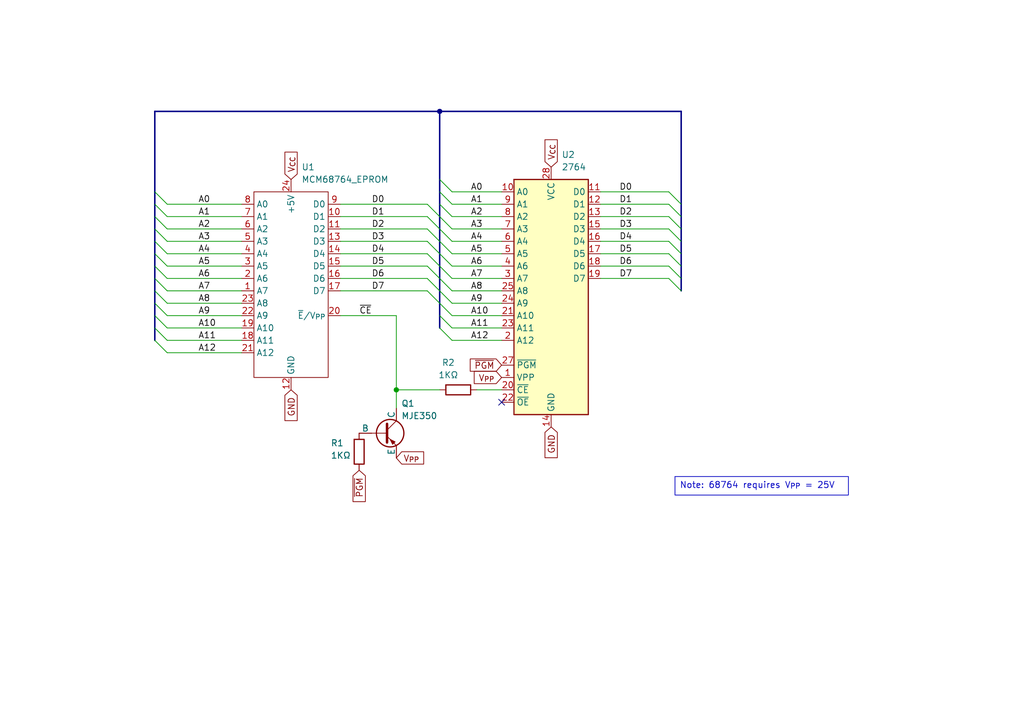
<source format=kicad_sch>
(kicad_sch (version 20250114) (generator "eeschema") (generator_version "9.0")
  (paper "A5")
  (title_block (title "2764-to-68764 EPROM Converter") (date "25/NOV/2025") (rev "A") (company "Brett Hallen") (comment 1 "www.youtube.com/@Brfff"))
  (lib_symbols
    (symbol "Clueless_Engineer:MCM68764_EPROM"
      (property "Reference" "U" (at 5.842 21.844 0))
      (property "Value" "MCM68764_EPROM" (at 7.62 19.558 0))
      (symbol "MCM68764_EPROM_0_1"
        (rectangle (start -7.62 17.78) (end 7.62 -20.32))
      )
      (symbol "MCM68764_EPROM_1_1"
        (pin input line (at -10.16 15.24 0) (length 2.54) (name "A0") (number "8"))
        (pin input line (at -10.16 12.7 0) (length 2.54) (name "A1") (number "7"))
        (pin input line (at -10.16 10.16 0) (length 2.54) (name "A2") (number "6"))
        (pin input line (at -10.16 7.62 0) (length 2.54) (name "A3") (number "5"))
        (pin input line (at -10.16 5.08 0) (length 2.54) (name "A4") (number "4"))
        (pin input line (at -10.16 2.54 0) (length 2.54) (name "A5") (number "3"))
        (pin input line (at -10.16 0 0) (length 2.54) (name "A6") (number "2"))
        (pin input line (at -10.16 -2.54 0) (length 2.54) (name "A7") (number "1"))
        (pin input line (at -10.16 -5.08 0) (length 2.54) (name "A8") (number "23"))
        (pin input line (at -10.16 -7.62 0) (length 2.54) (name "A9") (number "22"))
        (pin input line (at -10.16 -10.16 0) (length 2.54) (name "A10") (number "19"))
        (pin input line (at -10.16 -12.7 0) (length 2.54) (name "A11") (number "18"))
        (pin input line (at -10.16 -15.24 0) (length 2.54) (name "A12") (number "21"))
        (pin power_in line (at 0 20.32 270) (length 2.54) (name "+5V") (number "24"))
        (pin power_in line (at 0 -22.86 90) (length 2.54) (name "GND") (number "12"))
        (pin output line (at 10.16 15.24 180) (length 2.54) (name "D0") (number "9"))
        (pin output line (at 10.16 12.7 180) (length 2.54) (name "D1") (number "10"))
        (pin output line (at 10.16 10.16 180) (length 2.54) (name "D2") (number "11"))
        (pin output line (at 10.16 7.62 180) (length 2.54) (name "D3") (number "13"))
        (pin output line (at 10.16 5.08 180) (length 2.54) (name "D4") (number "14"))
        (pin output line (at 10.16 2.54 180) (length 2.54) (name "D5") (number "15"))
        (pin output line (at 10.16 0 180) (length 2.54) (name "D6") (number "16"))
        (pin output line (at 10.16 -2.54 180) (length 2.54) (name "D7") (number "17"))
        (pin input line (at 10.16 -7.62 180) (length 2.54) (name "~{E}/V_{PP}") (number "20"))
      )
    )
    (symbol "Device:R" (pin_numbers (hide yes)) (pin_names (offset 0))
      (property "Reference" "R" (at 2.032 0 90))
      (property "Value" "R" (at 0 0 90))
      (symbol "R_0_1"
        (rectangle (start -1.016 -2.54) (end 1.016 2.54) (stroke (width 0.254)))
      )
      (symbol "R_1_1"
        (pin passive line (at 0 3.81 270) (length 1.27) (name "~") (number "1"))
        (pin passive line (at 0 -3.81 90) (length 1.27) (name "~") (number "2"))
      )
    )
    (symbol "Memory_EPROM:2764"
      (property "Reference" "U" (at -7.62 24.13 0))
      (property "Value" "2764" (at 2.54 -26.67 0))
      (symbol "2764_1_1"
        (rectangle (start -7.62 22.86) (end 7.62 -25.4) (stroke (width 0.254)) (fill (type background)))
        (pin input line (at -10.16 20.32 0) (length 2.54) (name "A0") (number "10"))
        (pin input line (at -10.16 17.78 0) (length 2.54) (name "A1") (number "9"))
        (pin input line (at -10.16 15.24 0) (length 2.54) (name "A2") (number "8"))
        (pin input line (at -10.16 12.7 0) (length 2.54) (name "A3") (number "7"))
        (pin input line (at -10.16 10.16 0) (length 2.54) (name "A4") (number "6"))
        (pin input line (at -10.16 7.62 0) (length 2.54) (name "A5") (number "5"))
        (pin input line (at -10.16 5.08 0) (length 2.54) (name "A6") (number "4"))
        (pin input line (at -10.16 2.54 0) (length 2.54) (name "A7") (number "3"))
        (pin input line (at -10.16 0 0) (length 2.54) (name "A8") (number "25"))
        (pin input line (at -10.16 -2.54 0) (length 2.54) (name "A9") (number "24"))
        (pin input line (at -10.16 -5.08 0) (length 2.54) (name "A10") (number "21"))
        (pin input line (at -10.16 -7.62 0) (length 2.54) (name "A11") (number "23"))
        (pin input line (at -10.16 -10.16 0) (length 2.54) (name "A12") (number "2"))
        (pin input line (at -10.16 -15.24 0) (length 2.54) (name "~{PGM}") (number "27"))
        (pin input line (at -10.16 -17.78 0) (length 2.54) (name "VPP") (number "1"))
        (pin input line (at -10.16 -20.32 0) (length 2.54) (name "~{CE}") (number "20"))
        (pin input line (at -10.16 -22.86 0) (length 2.54) (name "~{OE}") (number "22"))
        (pin power_in line (at 0 25.4 270) (length 2.54) (name "VCC") (number "28"))
        (pin power_in line (at 0 -27.94 90) (length 2.54) (name "GND") (number "14"))
        (pin no_connect line (at 7.62 0 180) (length 2.54) (hide yes) (name "NC") (number "26"))
        (pin tri_state line (at 10.16 20.32 180) (length 2.54) (name "D0") (number "11"))
        (pin tri_state line (at 10.16 17.78 180) (length 2.54) (name "D1") (number "12"))
        (pin tri_state line (at 10.16 15.24 180) (length 2.54) (name "D2") (number "13"))
        (pin tri_state line (at 10.16 12.7 180) (length 2.54) (name "D3") (number "15"))
        (pin tri_state line (at 10.16 10.16 180) (length 2.54) (name "D4") (number "16"))
        (pin tri_state line (at 10.16 7.62 180) (length 2.54) (name "D5") (number "17"))
        (pin tri_state line (at 10.16 5.08 180) (length 2.54) (name "D6") (number "18"))
        (pin tri_state line (at 10.16 2.54 180) (length 2.54) (name "D7") (number "19"))
      )
    )
    (symbol "Simulation_SPICE:PNP" (pin_numbers (hide yes)) (pin_names (offset 0))
      (property "Reference" "Q" (at -2.54 7.62 0))
      (property "Value" "PNP" (at -2.54 5.08 0))
      (symbol "PNP_0_1"
        (polyline (pts (xy -2.54 0) (xy 0.635 0)) (stroke (width 0.1524)))
        (polyline (pts (xy 0.635 1.905) (xy 0.635 -1.905) (xy 0.635 -1.905)) (stroke (width 0.508)))
        (polyline (pts (xy 0.635 0.635) (xy 2.54 2.54)))
        (polyline (pts (xy 0.635 -0.635) (xy 2.54 -2.54) (xy 2.54 -2.54)))
        (circle (center 1.27 0) (radius 2.8194) (stroke (width 0.254)))
        (polyline (pts (xy 2.286 -1.778) (xy 1.778 -2.286) (xy 1.27 -1.27) (xy 2.286 -1.778) (xy 2.286 -1.778)) (fill (type outline)))
      )
      (symbol "PNP_1_1"
        (pin input line (at -5.08 0 0) (length 2.54) (name "B") (number "2"))
        (pin open_collector line (at 2.54 5.08 270) (length 2.54) (name "C") (number "1"))
        (pin open_emitter line (at 2.54 -5.08 90) (length 2.54) (name "E") (number "3"))
      )
    )
  )
  (text_box "Note: 68764 requires V_{PP} = 25V" (at 138.43 97.79 0) (size 35.56 3.81) (margins 0.9525 0.9525 0.9525 0.9525) (effects (font (size 1.27 1.27)) (justify left top)))
  (junction (at 81.28 80.01))
  (junction (at 90.17 22.86))
  (no_connect (at 102.87 82.55))
  (bus_entry (at 87.63 41.91) (size 2.54 2.54))
  (bus_entry (at 87.63 57.15) (size 2.54 2.54))
  (bus_entry (at 87.63 52.07) (size 2.54 2.54))
  (bus_entry (at 137.16 46.99) (size 2.54 2.54))
  (bus_entry (at 90.17 52.07) (size 2.54 2.54))
  (bus_entry (at 90.17 36.83) (size 2.54 2.54))
  (bus_entry (at 90.17 46.99) (size 2.54 2.54))
  (bus_entry (at 87.63 59.69) (size 2.54 2.54))
  (bus_entry (at 31.75 52.07) (size 2.54 2.54))
  (bus_entry (at 31.75 49.53) (size 2.54 2.54))
  (bus_entry (at 90.17 64.77) (size 2.54 2.54))
  (bus_entry (at 31.75 62.23) (size 2.54 2.54))
  (bus_entry (at 137.16 41.91) (size 2.54 2.54))
  (bus_entry (at 87.63 49.53) (size 2.54 2.54))
  (bus_entry (at 90.17 67.31) (size 2.54 2.54))
  (bus_entry (at 137.16 39.37) (size 2.54 2.54))
  (bus_entry (at 90.17 49.53) (size 2.54 2.54))
  (bus_entry (at 31.75 67.31) (size 2.54 2.54))
  (bus_entry (at 137.16 49.53) (size 2.54 2.54))
  (bus_entry (at 31.75 69.85) (size 2.54 2.54))
  (bus_entry (at 90.17 54.61) (size 2.54 2.54))
  (bus_entry (at 87.63 46.99) (size 2.54 2.54))
  (bus_entry (at 31.75 57.15) (size 2.54 2.54))
  (bus_entry (at 137.16 57.15) (size 2.54 2.54))
  (bus_entry (at 137.16 44.45) (size 2.54 2.54))
  (bus_entry (at 90.17 59.69) (size 2.54 2.54))
  (bus_entry (at 87.63 44.45) (size 2.54 2.54))
  (bus_entry (at 90.17 41.91) (size 2.54 2.54))
  (bus_entry (at 90.17 44.45) (size 2.54 2.54))
  (bus_entry (at 31.75 64.77) (size 2.54 2.54))
  (bus_entry (at 137.16 52.07) (size 2.54 2.54))
  (bus_entry (at 31.75 54.61) (size 2.54 2.54))
  (bus_entry (at 31.75 41.91) (size 2.54 2.54))
  (bus_entry (at 31.75 39.37) (size 2.54 2.54))
  (bus_entry (at 87.63 54.61) (size 2.54 2.54))
  (bus_entry (at 90.17 39.37) (size 2.54 2.54))
  (bus_entry (at 90.17 62.23) (size 2.54 2.54))
  (bus_entry (at 137.16 54.61) (size 2.54 2.54))
  (bus_entry (at 31.75 44.45) (size 2.54 2.54))
  (bus_entry (at 31.75 59.69) (size 2.54 2.54))
  (bus_entry (at 90.17 57.15) (size 2.54 2.54))
  (bus_entry (at 31.75 46.99) (size 2.54 2.54))
  (bus (pts (xy 90.17 49.53) (xy 90.17 52.07)))
  (wire (pts (xy 92.71 59.69) (xy 102.87 59.69)))
  (wire (pts (xy 34.29 67.31) (xy 49.53 67.31)))
  (wire (pts (xy 34.29 41.91) (xy 49.53 41.91)))
  (wire (pts (xy 81.28 80.01) (xy 81.28 83.82)))
  (bus (pts (xy 90.17 44.45) (xy 90.17 46.99)))
  (bus (pts (xy 31.75 44.45) (xy 31.75 41.91)))
  (bus (pts (xy 31.75 67.31) (xy 31.75 64.77)))
  (wire (pts (xy 123.19 52.07) (xy 137.16 52.07)))
  (wire (pts (xy 69.85 44.45) (xy 87.63 44.45)))
  (bus (pts (xy 31.75 62.23) (xy 31.75 59.69)))
  (bus (pts (xy 139.7 46.99) (xy 139.7 49.53)))
  (bus (pts (xy 139.7 54.61) (xy 139.7 57.15)))
  (wire (pts (xy 92.71 52.07) (xy 102.87 52.07)))
  (wire (pts (xy 92.71 64.77) (xy 102.87 64.77)))
  (wire (pts (xy 123.19 49.53) (xy 137.16 49.53)))
  (wire (pts (xy 69.85 52.07) (xy 87.63 52.07)))
  (bus (pts (xy 31.75 64.77) (xy 31.75 62.23)))
  (bus (pts (xy 90.17 62.23) (xy 90.17 64.77)))
  (wire (pts (xy 81.28 80.01) (xy 90.17 80.01)))
  (wire (pts (xy 92.71 69.85) (xy 102.87 69.85)))
  (wire (pts (xy 92.71 54.61) (xy 102.87 54.61)))
  (wire (pts (xy 34.29 54.61) (xy 49.53 54.61)))
  (wire (pts (xy 34.29 49.53) (xy 49.53 49.53)))
  (bus (pts (xy 31.75 39.37) (xy 31.75 22.86)))
  (bus (pts (xy 90.17 39.37) (xy 90.17 41.91)))
  (wire (pts (xy 69.85 54.61) (xy 87.63 54.61)))
  (wire (pts (xy 92.71 46.99) (xy 102.87 46.99)))
  (wire (pts (xy 92.71 62.23) (xy 102.87 62.23)))
  (wire (pts (xy 92.71 57.15) (xy 102.87 57.15)))
  (wire (pts (xy 123.19 46.99) (xy 137.16 46.99)))
  (wire (pts (xy 92.71 49.53) (xy 102.87 49.53)))
  (bus (pts (xy 31.75 57.15) (xy 31.75 54.61)))
  (bus (pts (xy 31.75 52.07) (xy 31.75 49.53)))
  (wire (pts (xy 34.29 69.85) (xy 49.53 69.85)))
  (bus (pts (xy 90.17 36.83) (xy 90.17 39.37)))
  (wire (pts (xy 92.71 39.37) (xy 102.87 39.37)))
  (bus (pts (xy 90.17 52.07) (xy 90.17 54.61)))
  (bus (pts (xy 90.17 41.91) (xy 90.17 44.45)))
  (wire (pts (xy 123.19 54.61) (xy 137.16 54.61)))
  (wire (pts (xy 92.71 44.45) (xy 102.87 44.45)))
  (wire (pts (xy 97.79 80.01) (xy 102.87 80.01)))
  (wire (pts (xy 34.29 52.07) (xy 49.53 52.07)))
  (wire (pts (xy 92.71 41.91) (xy 102.87 41.91)))
  (bus (pts (xy 31.75 46.99) (xy 31.75 44.45)))
  (wire (pts (xy 81.28 64.77) (xy 81.28 80.01)))
  (wire (pts (xy 69.85 49.53) (xy 87.63 49.53)))
  (bus (pts (xy 90.17 57.15) (xy 90.17 59.69)))
  (bus (pts (xy 90.17 64.77) (xy 90.17 67.31)))
  (wire (pts (xy 123.19 41.91) (xy 137.16 41.91)))
  (bus (pts (xy 31.75 41.91) (xy 31.75 39.37)))
  (bus (pts (xy 90.17 22.86) (xy 90.17 36.83)))
  (bus (pts (xy 90.17 54.61) (xy 90.17 57.15)))
  (bus (pts (xy 139.7 44.45) (xy 139.7 46.99)))
  (wire (pts (xy 69.85 59.69) (xy 87.63 59.69)))
  (wire (pts (xy 34.29 59.69) (xy 49.53 59.69)))
  (wire (pts (xy 123.19 44.45) (xy 137.16 44.45)))
  (wire (pts (xy 34.29 57.15) (xy 49.53 57.15)))
  (wire (pts (xy 34.29 44.45) (xy 49.53 44.45)))
  (wire (pts (xy 34.29 72.39) (xy 49.53 72.39)))
  (bus (pts (xy 90.17 46.99) (xy 90.17 49.53)))
  (wire (pts (xy 123.19 39.37) (xy 137.16 39.37)))
  (bus (pts (xy 31.75 59.69) (xy 31.75 57.15)))
  (wire (pts (xy 34.29 62.23) (xy 49.53 62.23)))
  (wire (pts (xy 69.85 57.15) (xy 87.63 57.15)))
  (bus (pts (xy 139.7 49.53) (xy 139.7 52.07)))
  (bus (pts (xy 139.7 52.07) (xy 139.7 54.61)))
  (wire (pts (xy 92.71 67.31) (xy 102.87 67.31)))
  (bus (pts (xy 90.17 22.86) (xy 139.7 22.86)))
  (wire (pts (xy 34.29 64.77) (xy 49.53 64.77)))
  (wire (pts (xy 69.85 64.77) (xy 81.28 64.77)))
  (bus (pts (xy 139.7 41.91) (xy 139.7 44.45)))
  (wire (pts (xy 34.29 46.99) (xy 49.53 46.99)))
  (wire (pts (xy 123.19 57.15) (xy 137.16 57.15)))
  (bus (pts (xy 31.75 22.86) (xy 90.17 22.86)))
  (wire (pts (xy 69.85 46.99) (xy 87.63 46.99)))
  (wire (pts (xy 69.85 41.91) (xy 87.63 41.91)))
  (bus (pts (xy 90.17 59.69) (xy 90.17 62.23)))
  (bus (pts (xy 31.75 54.61) (xy 31.75 52.07)))
  (bus (pts (xy 139.7 57.15) (xy 139.7 59.69)))
  (bus (pts (xy 139.7 22.86) (xy 139.7 41.91)))
  (bus (pts (xy 31.75 49.53) (xy 31.75 46.99)))
  (bus (pts (xy 31.75 69.85) (xy 31.75 67.31)))
  (label "A5" (at 96.52 52.07 0))
  (label "A3" (at 96.52 46.99 0))
  (label "~{CE}" (at 73.66 64.77 0))
  (label "A3" (at 40.64 49.53 0))
  (label "D2" (at 76.2 46.99 0))
  (label "D0" (at 76.2 41.91 0))
  (label "D4" (at 76.2 52.07 0))
  (label "A10" (at 40.64 67.31 0))
  (label "A8" (at 40.64 62.23 0))
  (label "A1" (at 40.64 44.45 0))
  (label "A6" (at 96.52 54.61 0))
  (label "D7" (at 76.2 59.69 0))
  (label "D7" (at 127 57.15 0))
  (label "D6" (at 76.2 57.15 0))
  (label "A11" (at 40.64 69.85 0))
  (label "D4" (at 127 49.53 0))
  (label "D5" (at 127 52.07 0))
  (label "A2" (at 96.52 44.45 0))
  (label "A8" (at 96.52 59.69 0))
  (label "D5" (at 76.2 54.61 0))
  (label "D1" (at 76.2 44.45 0))
  (label "D3" (at 127 46.99 0))
  (label "A12" (at 96.52 69.85 0))
  (label "A7" (at 96.52 57.15 0))
  (label "A0" (at 40.64 41.91 0))
  (label "A5" (at 40.64 54.61 0))
  (label "D2" (at 127 44.45 0))
  (label "D0" (at 127 39.37 0))
  (label "D6" (at 127 54.61 0))
  (label "A10" (at 96.52 64.77 0))
  (label "A1" (at 96.52 41.91 0))
  (label "A9" (at 96.52 62.23 0))
  (label "D3" (at 76.2 49.53 0))
  (label "D1" (at 127 41.91 0))
  (label "A9" (at 40.64 64.77 0))
  (label "A12" (at 40.64 72.39 0))
  (label "A2" (at 40.64 46.99 0))
  (label "A4" (at 96.52 49.53 0))
  (label "A0" (at 96.52 39.37 0))
  (label "A7" (at 40.64 59.69 0))
  (label "A11" (at 96.52 67.31 0))
  (label "A4" (at 40.64 52.07 0))
  (label "A6" (at 40.64 57.15 0))
  (global_label "V_{PP}" (shape input) (at 102.87 77.47 180) (property "Intersheetrefs" "${INTERSHEET_REFS}" (effects (hide yes))))
  (global_label "V_{PP}" (shape input) (at 81.28 93.98 0) (property "Intersheetrefs" "${INTERSHEET_REFS}" (effects (hide yes))))
  (global_label "~{PGM}" (shape input) (at 102.87 74.93 180) (property "Intersheetrefs" "${INTERSHEET_REFS}" (effects (hide yes))))
  (global_label "GND" (shape input) (at 113.03 87.63 270) (property "Intersheetrefs" "${INTERSHEET_REFS}" (effects (hide yes))))
  (global_label "GND" (shape input) (at 59.69 80.01 270) (property "Intersheetrefs" "${INTERSHEET_REFS}" (effects (hide yes))))
  (global_label "V_{CC}" (shape input) (at 59.69 36.83 90) (property "Intersheetrefs" "${INTERSHEET_REFS}" (effects (hide yes))))
  (global_label "V_{CC}" (shape input) (at 113.03 34.29 90) (property "Intersheetrefs" "${INTERSHEET_REFS}" (effects (hide yes))))
  (global_label "~{PGM}" (shape input) (at 73.66 96.52 270) (property "Intersheetrefs" "${INTERSHEET_REFS}" (effects (hide yes))))
  (symbol (lib_id "Device:R") (at 73.66 92.71 0) (unit 1)
    (property "Reference" "R1" (at 67.818 90.932 0) (effects (justify left)))
    (property "Value" "1KΩ" (at 67.818 93.472 0) (effects (justify left)))
    (property "Footprint" "Resistor_THT:R_Axial_DIN0204_L3.6mm_D1.6mm_P2.54mm_Vertical" (effects (hide yes)))
    (property "Description" "Resistor" (effects (hide yes)))
  )
  (symbol (lib_id "Simulation_SPICE:PNP") (at 78.74 88.9 0) (unit 1)
    (property "Reference" "Q1" (at 82.296 82.804 0) (effects (justify left)))
    (property "Value" "MJE350" (at 82.296 85.344 0) (effects (justify left)))
    (property "Footprint" "Clueless_Engineer:Transistor TO-225AA" (effects (hide yes)))
    (property "Datasheet" "https://ngspice.sourceforge.io/docs/ngspice-html-manual/manual.xhtml#cha_BJTs" (effects (hide yes)))
    (property "Description" "Bipolar transistor symbol for simulation only, substrate tied to the emitter" (effects (hide yes)))
    (property "Sim.Device" "PNP" (effects (hide yes)))
    (property "Sim.Type" "GUMMELPOON" (effects (hide yes)))
    (property "Sim.Pins" "1=C 2=B 3=E" (effects (hide yes)))
  )
  (symbol (lib_id "Memory_EPROM:2764") (at 113.03 59.69 0) (unit 1)
    (property "Reference" "U2" (at 115.1733 31.75 0) (effects (justify left)))
    (property "Value" "2764" (at 115.1733 34.29 0) (effects (justify left)))
    (property "Footprint" "Clueless_Engineer:DIP-28_Adapter" (effects (hide yes)))
    (property "Datasheet" "https://downloads.reactivemicro.com/Electronics/ROM/2764%20EPROM.pdf" (effects (hide yes)))
    (property "Description" "EPROM 64 KiBit, [Obsolete 2000-11]" (effects (hide yes)))
  )
  (symbol (lib_id "Device:R") (at 93.98 80.01 90) (unit 1)
    (property "Reference" "R2" (at 91.948 74.422 90))
    (property "Value" "1KΩ" (at 91.948 76.962 90))
    (property "Footprint" "Resistor_THT:R_Axial_DIN0204_L3.6mm_D1.6mm_P2.54mm_Vertical" (effects (hide yes)))
    (property "Description" "Resistor" (effects (hide yes)))
  )
  (symbol (lib_id "Clueless_Engineer:MCM68764_EPROM") (at 59.69 57.15 0) (unit 1)
    (property "Reference" "U1" (at 61.8333 34.29 0) (effects (justify left)))
    (property "Value" "MCM68764_EPROM" (at 61.8333 36.83 0) (effects (justify left)))
    (property "Footprint" "Package_DIP:DIP-24_W15.24mm_Socket" (effects (hide yes)))
  )
)
</source>
